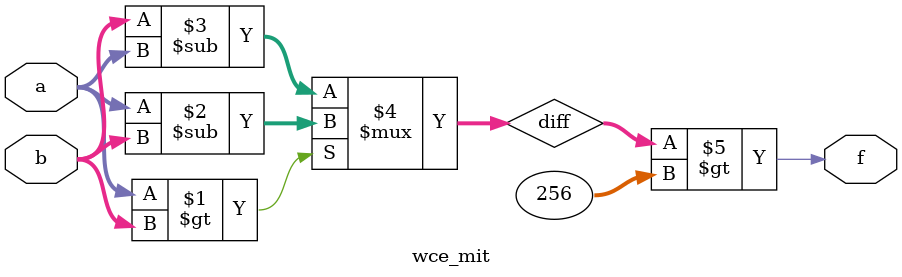
<source format=v>
module wce_mit(a, b, f);
parameter _bit = 32;
parameter wce = 256;
input [_bit - 1: 0] a;
input [_bit - 1: 0] b;
output f;
wire [_bit - 1: 0] diff;
assign diff = (a > b)? (a - b): (b - a);
assign f = (diff > wce);
endmodule

</source>
